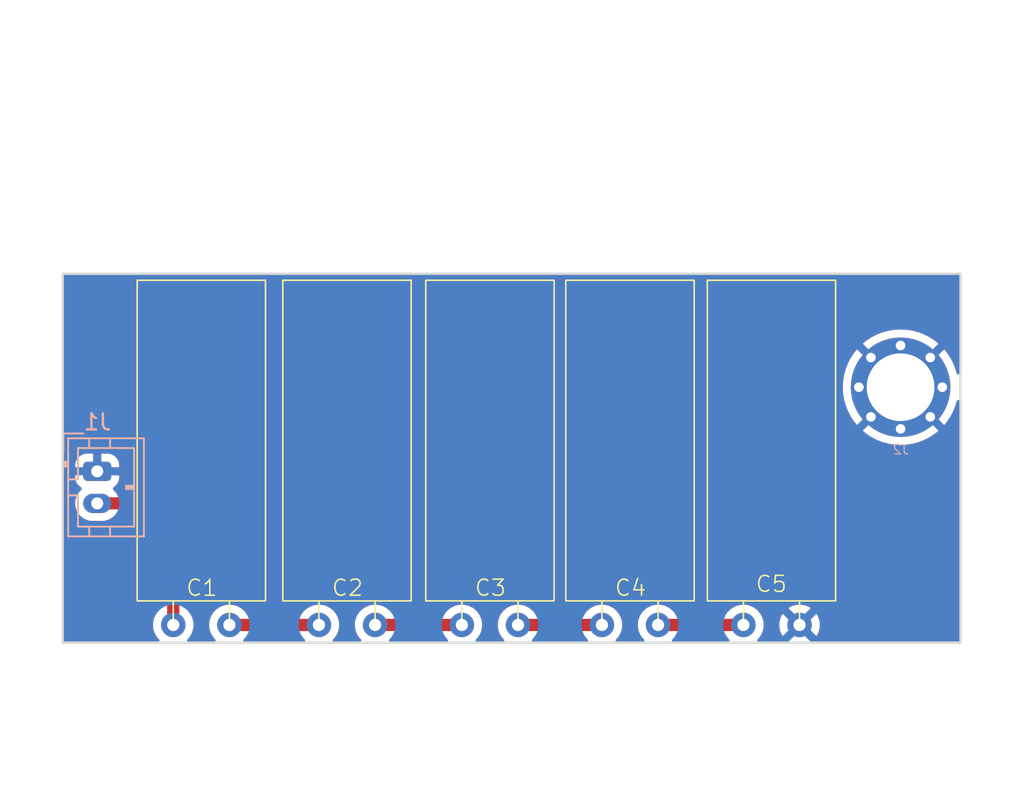
<source format=kicad_pcb>
(kicad_pcb (version 20240108) (generator "pcbnew") (generator_version "8.0")
  (layers (0 "F.Cu" signal) (31 "B.Cu" signal) (34 "B.Paste" user) (35 "F.Paste" user) (36 "B.SilkS" user "B.Silkscreen") (37 "F.SilkS" user "F.Silkscreen") (38 "B.Mask" user) (39 "F.Mask" user) (44 "Edge.Cuts" user))
  (net 0 "")
  (net 1 "VIN")
  (net 2 "GND")
  (net 3 "Net-(C1-Pad2)")
  (net 4 "Net-(C2-Pad2)")
  (net 5 "Net-(C3-Pad2)")
  (net 6 "Net-(C4-Pad2)")
  (footprint "Footprint Library:GRC-2R7-Y505A" (layer "F.Cu") (at 153.61 101.04)
    (property "Reference" "C4" (at 1.78 -2.314 0) (layer "F.SilkS") (effects (font (thickness 0.1))))
    (property "Value" "GRC-2R7-Y505A")
    (fp_line (start 0 0) (end 0 -1.5) (stroke (width 0.1)) (layer "F.SilkS"))
    (fp_line (start 3.5 0) (end 3.5 -1.5) (stroke (width 0.1)) (layer "F.SilkS"))
    (fp_rect (start -2.25 -21.5) (end 5.75 -1.5) (stroke (width 0.1)) (fill none) (layer "F.SilkS"))
    (pad "1" thru_hole circle (at 0 0) (size 1.524 1.524) (drill 0.762) (layers "*.Cu" "*.Mask") (net 5 "Net-(C3-Pad2)"))
    (pad "2" thru_hole circle (at 3.5 0) (size 1.524 1.524) (drill 0.762) (layers "*.Cu" "*.Mask") (net 6 "Net-(C4-Pad2)"))
  )
  (footprint "Footprint Library:GRC-2R7-Y505A" (layer "F.Cu") (at 162.43 101.04)
    (property "Reference" "C5" (at 1.74 -2.554 0) (layer "F.SilkS") (effects (font (thickness 0.1))))
    (property "Value" "GRC-2R7-Y505A")
    (fp_line (start 0 0) (end 0 -1.5) (stroke (width 0.1)) (layer "F.SilkS"))
    (fp_line (start 3.5 0) (end 3.5 -1.5) (stroke (width 0.1)) (layer "F.SilkS"))
    (fp_rect (start -2.25 -21.5) (end 5.75 -1.5) (stroke (width 0.1)) (fill none) (layer "F.SilkS"))
    (pad "1" thru_hole circle (at 0 0) (size 1.524 1.524) (drill 0.762) (layers "*.Cu" "*.Mask") (net 6 "Net-(C4-Pad2)"))
    (pad "2" thru_hole circle (at 3.5 0) (size 1.524 1.524) (drill 0.762) (layers "*.Cu" "*.Mask") (net 2 "GND"))
  )
  (footprint "Footprint Library:GRC-2R7-Y505A" (layer "F.Cu") (at 135.97 101.04)
    (property "Reference" "C2" (at 1.78 -2.314 0) (layer "F.SilkS") (effects (font (thickness 0.1))))
    (property "Value" "GRC-2R7-Y505A")
    (fp_line (start 0 0) (end 0 -1.5) (stroke (width 0.1)) (layer "F.SilkS"))
    (fp_line (start 3.5 0) (end 3.5 -1.5) (stroke (width 0.1)) (layer "F.SilkS"))
    (fp_rect (start -2.25 -21.5) (end 5.75 -1.5) (stroke (width 0.1)) (fill none) (layer "F.SilkS"))
    (pad "1" thru_hole circle (at 0 0) (size 1.524 1.524) (drill 0.762) (layers "*.Cu" "*.Mask") (net 3 "Net-(C1-Pad2)"))
    (pad "2" thru_hole circle (at 3.5 0) (size 1.524 1.524) (drill 0.762) (layers "*.Cu" "*.Mask") (net 4 "Net-(C2-Pad2)"))
  )
  (footprint "Footprint Library:GRC-2R7-Y505A" (layer "F.Cu") (at 144.88 101.04)
    (property "Reference" "C3" (at 1.78 -2.314 0) (layer "F.SilkS") (effects (font (thickness 0.1))))
    (property "Value" "GRC-2R7-Y505A")
    (fp_line (start 0 0) (end 0 -1.5) (stroke (width 0.1)) (layer "F.SilkS"))
    (fp_line (start 3.5 0) (end 3.5 -1.5) (stroke (width 0.1)) (layer "F.SilkS"))
    (fp_rect (start -2.25 -21.5) (end 5.75 -1.5) (stroke (width 0.1)) (fill none) (layer "F.SilkS"))
    (pad "1" thru_hole circle (at 0 0) (size 1.524 1.524) (drill 0.762) (layers "*.Cu" "*.Mask") (net 4 "Net-(C2-Pad2)"))
    (pad "2" thru_hole circle (at 3.5 0) (size 1.524 1.524) (drill 0.762) (layers "*.Cu" "*.Mask") (net 5 "Net-(C3-Pad2)"))
  )
  (footprint "Footprint Library:GRC-2R7-Y505A" (layer "F.Cu") (at 126.89 101.04)
    (property "Reference" "C1" (at 1.78 -2.314 0) (layer "F.SilkS") (effects (font (thickness 0.1))))
    (property "Value" "GRC-2R7-Y505A")
    (fp_line (start 0 0) (end 0 -1.5) (stroke (width 0.1)) (layer "F.SilkS"))
    (fp_line (start 3.5 0) (end 3.5 -1.5) (stroke (width 0.1)) (layer "F.SilkS"))
    (fp_rect (start -2.25 -21.5) (end 5.75 -1.5) (stroke (width 0.1)) (fill none) (layer "F.SilkS"))
    (pad "1" thru_hole circle (at 0 0) (size 1.524 1.524) (drill 0.762) (layers "*.Cu" "*.Mask") (net 1 "VIN"))
    (pad "2" thru_hole circle (at 3.5 0) (size 1.524 1.524) (drill 0.762) (layers "*.Cu" "*.Mask") (net 3 "Net-(C1-Pad2)"))
  )
  (footprint "Footprint Library:Screw Terminal Shinbo" (layer "B.Cu") (at 172.22758 86.212 180)
    (property "Reference" "J2" (at -0.01758 -3.885 0) (layer "B.SilkS") (effects (font (size 0.6 0.6) (thickness 0.07) (bold yes)) (justify mirror)))
    (property "Value" "SMTSO-M3-6ET")
    (pad "1" thru_hole circle (at -2.6 0 180) (size 0.9 0.9) (drill 0.6) (layers "*.Cu" "*.Mask") (net 2 "GND"))
    (pad "1" thru_hole circle (at -1.85 -1.85 180) (size 0.9 0.9) (drill 0.6) (layers "*.Cu" "*.Mask") (net 2 "GND"))
    (pad "1" thru_hole circle (at -1.85 1.85 180) (size 0.9 0.9) (drill 0.6) (layers "*.Cu" "*.Mask") (net 2 "GND"))
    (pad "1" thru_hole circle (at 0 -2.6 180) (size 0.9 0.9) (drill 0.6) (layers "*.Cu" "*.Mask") (net 2 "GND"))
    (pad "1" thru_hole circle (at 0 0 180) (size 6.2 6.2) (drill 4.22) (layers "*.Cu" "*.Mask") (net 2 "GND"))
    (pad "1" thru_hole circle (at 0 2.6 180) (size 0.9 0.9) (drill 0.6) (layers "*.Cu" "*.Mask") (net 2 "GND"))
    (pad "1" thru_hole circle (at 1.85 -1.85 180) (size 0.9 0.9) (drill 0.6) (layers "*.Cu" "*.Mask") (net 2 "GND"))
    (pad "1" thru_hole circle (at 1.85 1.85 180) (size 0.9 0.9) (drill 0.6) (layers "*.Cu" "*.Mask") (net 2 "GND"))
    (pad "1" thru_hole circle (at 2.6 0 180) (size 0.9 0.9) (drill 0.6) (layers "*.Cu" "*.Mask") (net 2 "GND"))
  )
  (footprint "Connector_JST:JST_PH_B2B-PH-K_1x02_P2.00mm_Vertical" (layer "B.Cu") (at 122.15 91.457 -90)
    (property "Reference" "J1" (at -3.07 -0.02 180) (layer "B.SilkS") (effects (justify mirror)))
    (property "Value" "JST_PH_B2B-PH-K_1x02_P2.00mm_Vertical_MALE")
    (fp_line (start -2.36 2.11) (end -1.11 2.11) (stroke (width 0.12)) (layer "B.SilkS"))
    (fp_line (start -0.6 2.01) (end -0.3 2.01) (stroke (width 0.12)) (layer "B.SilkS"))
    (fp_line (start -0.3 2.01) (end -0.3 1.81) (stroke (width 0.12)) (layer "B.SilkS"))
    (fp_line (start -0.6 1.91) (end -0.3 1.91) (stroke (width 0.12)) (layer "B.SilkS"))
    (fp_line (start -2.06 1.81) (end 4.06 1.81) (stroke (width 0.12)) (layer "B.SilkS"))
    (fp_line (start -0.6 1.81) (end -0.6 2.01) (stroke (width 0.12)) (layer "B.SilkS"))
    (fp_line (start 1.5 1.81) (end 1.5 1.2) (stroke (width 0.12)) (layer "B.SilkS"))
    (fp_line (start 4.06 1.81) (end 4.06 -2.91) (stroke (width 0.12)) (layer "B.SilkS"))
    (fp_line (start -1.45 1.2) (end 0.5 1.2) (stroke (width 0.12)) (layer "B.SilkS"))
    (fp_line (start 0.5 1.2) (end 0.5 1.81) (stroke (width 0.12)) (layer "B.SilkS"))
    (fp_line (start 1.5 1.2) (end 3.45 1.2) (stroke (width 0.12)) (layer "B.SilkS"))
    (fp_line (start 3.45 1.2) (end 3.45 -2.3) (stroke (width 0.12)) (layer "B.SilkS"))
    (fp_line (start -2.36 0.86) (end -2.36 2.11) (stroke (width 0.12)) (layer "B.SilkS"))
    (fp_line (start -1.45 0.5) (end -2.06 0.5) (stroke (width 0.12)) (layer "B.SilkS"))
    (fp_line (start 3.45 0.5) (end 4.06 0.5) (stroke (width 0.12)) (layer "B.SilkS"))
    (fp_line (start -1.45 -0.8) (end -2.06 -0.8) (stroke (width 0.12)) (layer "B.SilkS"))
    (fp_line (start 3.45 -0.8) (end 4.06 -0.8) (stroke (width 0.12)) (layer "B.SilkS"))
    (fp_line (start 0.9 -1.8) (end 0.9 -2.3) (stroke (width 0.12)) (layer "B.SilkS"))
    (fp_line (start 1 -1.8) (end 1 -2.3) (stroke (width 0.12)) (layer "B.SilkS"))
    (fp_line (start 1.1 -1.8) (end 0.9 -1.8) (stroke (width 0.12)) (layer "B.SilkS"))
    (fp_line (start -1.45 -2.3) (end -1.45 1.2) (stroke (width 0.12)) (layer "B.SilkS"))
    (fp_line (start 1.1 -2.3) (end 1.1 -1.8) (stroke (width 0.12)) (layer "B.SilkS"))
    (fp_line (start 3.45 -2.3) (end -1.45 -2.3) (stroke (width 0.12)) (layer "B.SilkS"))
    (fp_line (start -2.06 -2.91) (end -2.06 1.81) (stroke (width 0.12)) (layer "B.SilkS"))
    (fp_line (start 4.06 -2.91) (end -2.06 -2.91) (stroke (width 0.12)) (layer "B.SilkS"))
    (pad "1" thru_hole roundrect (at 0 0 270) (size 1.2 1.75) (drill 0.75) (layers "*.Cu" "*.Mask") (roundrect_rratio 0.2083333333) (net 2 "GND"))
    (pad "2" thru_hole oval (at 2 0 270) (size 1.2 1.75) (drill 0.75) (layers "*.Cu" "*.Mask") (net 1 "VIN"))
  )
  (gr_line (start 120 102.14) (end 120 79.14) (stroke (width 0.15)) (layer "Edge.Cuts"))
  (gr_line (start 175.96 79.14) (end 175.96 102.14) (stroke (width 0.15)) (layer "Edge.Cuts"))
  (gr_line (start 175.96 102.14) (end 120 102.14) (stroke (width 0.15)) (layer "Edge.Cuts"))
  (gr_line (start 120 79.14) (end 175.96 79.14) (stroke (width 0.15)) (layer "Edge.Cuts"))
  (segment (start 125.567 93.457) (end 126.89 94.78) (width 0.762) (layer "F.Cu") (net 1))
  (segment (start 122.15 93.457) (end 125.567 93.457) (width 0.762) (layer "F.Cu") (net 1))
  (segment (start 126.89 94.78) (end 126.89 101.04) (width 0.762) (layer "F.Cu") (net 1))
  (segment (start 130.39 101.04) (end 135.97 101.04) (width 0.762) (layer "F.Cu") (net 3))
  (segment (start 139.47 101.04) (end 144.88 101.04) (width 0.762) (layer "F.Cu") (net 4))
  (segment (start 148.38 101.04) (end 153.61 101.04) (width 0.762) (layer "F.Cu") (net 5))
  (segment (start 157.11 101.04) (end 162.43 101.04) (width 0.762) (layer "F.Cu") (net 6))
  (zone (net 2) (net_name "GND") (layers "F&B.Cu") (priority 12) (connect_pads (clearance 0.5)) (min_thickness 0.25) (fill yes (thermal_gap 0.5) (thermal_bridge_width 0.5))
    (polygon (pts (xy 179.94 62.06) (xy 179.94 104.8) (xy 116.09 104.8) (xy 116.09 62.06)))
  )
)
</source>
